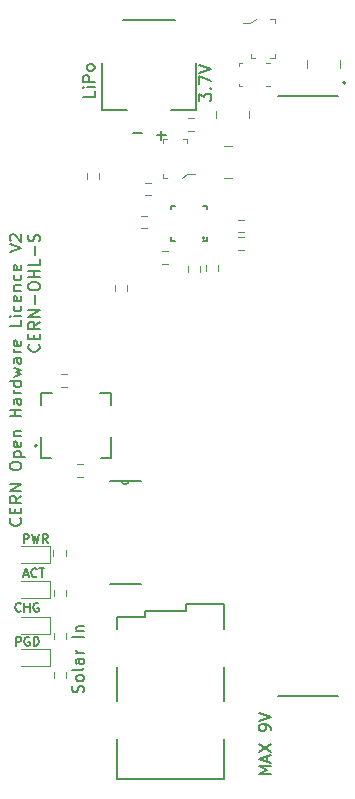
<source format=gbr>
%TF.GenerationSoftware,KiCad,Pcbnew,7.0.9*%
%TF.CreationDate,2023-12-06T19:43:01+08:00*%
%TF.ProjectId,RPI_Pico_header_attiny84_with_solar_Test_Pads_r5,5250495f-5069-4636-9f5f-686561646572,rev?*%
%TF.SameCoordinates,Original*%
%TF.FileFunction,Legend,Top*%
%TF.FilePolarity,Positive*%
%FSLAX46Y46*%
G04 Gerber Fmt 4.6, Leading zero omitted, Abs format (unit mm)*
G04 Created by KiCad (PCBNEW 7.0.9) date 2023-12-06 19:43:01*
%MOMM*%
%LPD*%
G01*
G04 APERTURE LIST*
%ADD10C,0.187500*%
%ADD11C,0.200000*%
%ADD12C,0.120000*%
%ADD13C,0.152400*%
%ADD14C,0.100000*%
%ADD15C,0.127000*%
G04 APERTURE END LIST*
D10*
X157096212Y-121944178D02*
X157453355Y-121944178D01*
X157024783Y-122158464D02*
X157274783Y-121408464D01*
X157274783Y-121408464D02*
X157524783Y-122158464D01*
X158203354Y-122087035D02*
X158167640Y-122122750D01*
X158167640Y-122122750D02*
X158060497Y-122158464D01*
X158060497Y-122158464D02*
X157989069Y-122158464D01*
X157989069Y-122158464D02*
X157881926Y-122122750D01*
X157881926Y-122122750D02*
X157810497Y-122051321D01*
X157810497Y-122051321D02*
X157774783Y-121979892D01*
X157774783Y-121979892D02*
X157739069Y-121837035D01*
X157739069Y-121837035D02*
X157739069Y-121729892D01*
X157739069Y-121729892D02*
X157774783Y-121587035D01*
X157774783Y-121587035D02*
X157810497Y-121515607D01*
X157810497Y-121515607D02*
X157881926Y-121444178D01*
X157881926Y-121444178D02*
X157989069Y-121408464D01*
X157989069Y-121408464D02*
X158060497Y-121408464D01*
X158060497Y-121408464D02*
X158167640Y-121444178D01*
X158167640Y-121444178D02*
X158203354Y-121479892D01*
X158417640Y-121408464D02*
X158846212Y-121408464D01*
X158631926Y-122158464D02*
X158631926Y-121408464D01*
X156830497Y-125007035D02*
X156794783Y-125042750D01*
X156794783Y-125042750D02*
X156687640Y-125078464D01*
X156687640Y-125078464D02*
X156616212Y-125078464D01*
X156616212Y-125078464D02*
X156509069Y-125042750D01*
X156509069Y-125042750D02*
X156437640Y-124971321D01*
X156437640Y-124971321D02*
X156401926Y-124899892D01*
X156401926Y-124899892D02*
X156366212Y-124757035D01*
X156366212Y-124757035D02*
X156366212Y-124649892D01*
X156366212Y-124649892D02*
X156401926Y-124507035D01*
X156401926Y-124507035D02*
X156437640Y-124435607D01*
X156437640Y-124435607D02*
X156509069Y-124364178D01*
X156509069Y-124364178D02*
X156616212Y-124328464D01*
X156616212Y-124328464D02*
X156687640Y-124328464D01*
X156687640Y-124328464D02*
X156794783Y-124364178D01*
X156794783Y-124364178D02*
X156830497Y-124399892D01*
X157151926Y-125078464D02*
X157151926Y-124328464D01*
X157151926Y-124685607D02*
X157580497Y-124685607D01*
X157580497Y-125078464D02*
X157580497Y-124328464D01*
X158330497Y-124364178D02*
X158259069Y-124328464D01*
X158259069Y-124328464D02*
X158151926Y-124328464D01*
X158151926Y-124328464D02*
X158044783Y-124364178D01*
X158044783Y-124364178D02*
X157973354Y-124435607D01*
X157973354Y-124435607D02*
X157937640Y-124507035D01*
X157937640Y-124507035D02*
X157901926Y-124649892D01*
X157901926Y-124649892D02*
X157901926Y-124757035D01*
X157901926Y-124757035D02*
X157937640Y-124899892D01*
X157937640Y-124899892D02*
X157973354Y-124971321D01*
X157973354Y-124971321D02*
X158044783Y-125042750D01*
X158044783Y-125042750D02*
X158151926Y-125078464D01*
X158151926Y-125078464D02*
X158223354Y-125078464D01*
X158223354Y-125078464D02*
X158330497Y-125042750D01*
X158330497Y-125042750D02*
X158366211Y-125007035D01*
X158366211Y-125007035D02*
X158366211Y-124757035D01*
X158366211Y-124757035D02*
X158223354Y-124757035D01*
D11*
X162129600Y-131927945D02*
X162177219Y-131785088D01*
X162177219Y-131785088D02*
X162177219Y-131546993D01*
X162177219Y-131546993D02*
X162129600Y-131451755D01*
X162129600Y-131451755D02*
X162081980Y-131404136D01*
X162081980Y-131404136D02*
X161986742Y-131356517D01*
X161986742Y-131356517D02*
X161891504Y-131356517D01*
X161891504Y-131356517D02*
X161796266Y-131404136D01*
X161796266Y-131404136D02*
X161748647Y-131451755D01*
X161748647Y-131451755D02*
X161701028Y-131546993D01*
X161701028Y-131546993D02*
X161653409Y-131737469D01*
X161653409Y-131737469D02*
X161605790Y-131832707D01*
X161605790Y-131832707D02*
X161558171Y-131880326D01*
X161558171Y-131880326D02*
X161462933Y-131927945D01*
X161462933Y-131927945D02*
X161367695Y-131927945D01*
X161367695Y-131927945D02*
X161272457Y-131880326D01*
X161272457Y-131880326D02*
X161224838Y-131832707D01*
X161224838Y-131832707D02*
X161177219Y-131737469D01*
X161177219Y-131737469D02*
X161177219Y-131499374D01*
X161177219Y-131499374D02*
X161224838Y-131356517D01*
X162177219Y-130785088D02*
X162129600Y-130880326D01*
X162129600Y-130880326D02*
X162081980Y-130927945D01*
X162081980Y-130927945D02*
X161986742Y-130975564D01*
X161986742Y-130975564D02*
X161701028Y-130975564D01*
X161701028Y-130975564D02*
X161605790Y-130927945D01*
X161605790Y-130927945D02*
X161558171Y-130880326D01*
X161558171Y-130880326D02*
X161510552Y-130785088D01*
X161510552Y-130785088D02*
X161510552Y-130642231D01*
X161510552Y-130642231D02*
X161558171Y-130546993D01*
X161558171Y-130546993D02*
X161605790Y-130499374D01*
X161605790Y-130499374D02*
X161701028Y-130451755D01*
X161701028Y-130451755D02*
X161986742Y-130451755D01*
X161986742Y-130451755D02*
X162081980Y-130499374D01*
X162081980Y-130499374D02*
X162129600Y-130546993D01*
X162129600Y-130546993D02*
X162177219Y-130642231D01*
X162177219Y-130642231D02*
X162177219Y-130785088D01*
X162177219Y-129880326D02*
X162129600Y-129975564D01*
X162129600Y-129975564D02*
X162034361Y-130023183D01*
X162034361Y-130023183D02*
X161177219Y-130023183D01*
X162177219Y-129070802D02*
X161653409Y-129070802D01*
X161653409Y-129070802D02*
X161558171Y-129118421D01*
X161558171Y-129118421D02*
X161510552Y-129213659D01*
X161510552Y-129213659D02*
X161510552Y-129404135D01*
X161510552Y-129404135D02*
X161558171Y-129499373D01*
X162129600Y-129070802D02*
X162177219Y-129166040D01*
X162177219Y-129166040D02*
X162177219Y-129404135D01*
X162177219Y-129404135D02*
X162129600Y-129499373D01*
X162129600Y-129499373D02*
X162034361Y-129546992D01*
X162034361Y-129546992D02*
X161939123Y-129546992D01*
X161939123Y-129546992D02*
X161843885Y-129499373D01*
X161843885Y-129499373D02*
X161796266Y-129404135D01*
X161796266Y-129404135D02*
X161796266Y-129166040D01*
X161796266Y-129166040D02*
X161748647Y-129070802D01*
X162177219Y-128594611D02*
X161510552Y-128594611D01*
X161701028Y-128594611D02*
X161605790Y-128546992D01*
X161605790Y-128546992D02*
X161558171Y-128499373D01*
X161558171Y-128499373D02*
X161510552Y-128404135D01*
X161510552Y-128404135D02*
X161510552Y-128308897D01*
X162177219Y-127213658D02*
X161177219Y-127213658D01*
X161510552Y-126737468D02*
X162177219Y-126737468D01*
X161605790Y-126737468D02*
X161558171Y-126689849D01*
X161558171Y-126689849D02*
X161510552Y-126594611D01*
X161510552Y-126594611D02*
X161510552Y-126451754D01*
X161510552Y-126451754D02*
X161558171Y-126356516D01*
X161558171Y-126356516D02*
X161653409Y-126308897D01*
X161653409Y-126308897D02*
X162177219Y-126308897D01*
X171967219Y-81835564D02*
X171967219Y-81216517D01*
X171967219Y-81216517D02*
X172348171Y-81549850D01*
X172348171Y-81549850D02*
X172348171Y-81406993D01*
X172348171Y-81406993D02*
X172395790Y-81311755D01*
X172395790Y-81311755D02*
X172443409Y-81264136D01*
X172443409Y-81264136D02*
X172538647Y-81216517D01*
X172538647Y-81216517D02*
X172776742Y-81216517D01*
X172776742Y-81216517D02*
X172871980Y-81264136D01*
X172871980Y-81264136D02*
X172919600Y-81311755D01*
X172919600Y-81311755D02*
X172967219Y-81406993D01*
X172967219Y-81406993D02*
X172967219Y-81692707D01*
X172967219Y-81692707D02*
X172919600Y-81787945D01*
X172919600Y-81787945D02*
X172871980Y-81835564D01*
X172871980Y-80787945D02*
X172919600Y-80740326D01*
X172919600Y-80740326D02*
X172967219Y-80787945D01*
X172967219Y-80787945D02*
X172919600Y-80835564D01*
X172919600Y-80835564D02*
X172871980Y-80787945D01*
X172871980Y-80787945D02*
X172967219Y-80787945D01*
X171967219Y-80406993D02*
X171967219Y-79740327D01*
X171967219Y-79740327D02*
X172967219Y-80168898D01*
X171967219Y-79502231D02*
X172967219Y-79168898D01*
X172967219Y-79168898D02*
X171967219Y-78835565D01*
X177987219Y-138860326D02*
X176987219Y-138860326D01*
X176987219Y-138860326D02*
X177701504Y-138526993D01*
X177701504Y-138526993D02*
X176987219Y-138193660D01*
X176987219Y-138193660D02*
X177987219Y-138193660D01*
X177701504Y-137765088D02*
X177701504Y-137288898D01*
X177987219Y-137860326D02*
X176987219Y-137526993D01*
X176987219Y-137526993D02*
X177987219Y-137193660D01*
X176987219Y-136955564D02*
X177987219Y-136288898D01*
X176987219Y-136288898D02*
X177987219Y-136955564D01*
X177987219Y-135098421D02*
X177987219Y-134907945D01*
X177987219Y-134907945D02*
X177939600Y-134812707D01*
X177939600Y-134812707D02*
X177891980Y-134765088D01*
X177891980Y-134765088D02*
X177749123Y-134669850D01*
X177749123Y-134669850D02*
X177558647Y-134622231D01*
X177558647Y-134622231D02*
X177177695Y-134622231D01*
X177177695Y-134622231D02*
X177082457Y-134669850D01*
X177082457Y-134669850D02*
X177034838Y-134717469D01*
X177034838Y-134717469D02*
X176987219Y-134812707D01*
X176987219Y-134812707D02*
X176987219Y-135003183D01*
X176987219Y-135003183D02*
X177034838Y-135098421D01*
X177034838Y-135098421D02*
X177082457Y-135146040D01*
X177082457Y-135146040D02*
X177177695Y-135193659D01*
X177177695Y-135193659D02*
X177415790Y-135193659D01*
X177415790Y-135193659D02*
X177511028Y-135146040D01*
X177511028Y-135146040D02*
X177558647Y-135098421D01*
X177558647Y-135098421D02*
X177606266Y-135003183D01*
X177606266Y-135003183D02*
X177606266Y-134812707D01*
X177606266Y-134812707D02*
X177558647Y-134717469D01*
X177558647Y-134717469D02*
X177511028Y-134669850D01*
X177511028Y-134669850D02*
X177415790Y-134622231D01*
X176987219Y-134336516D02*
X177987219Y-134003183D01*
X177987219Y-134003183D02*
X176987219Y-133669850D01*
D10*
X156431926Y-127968464D02*
X156431926Y-127218464D01*
X156431926Y-127218464D02*
X156717640Y-127218464D01*
X156717640Y-127218464D02*
X156789069Y-127254178D01*
X156789069Y-127254178D02*
X156824783Y-127289892D01*
X156824783Y-127289892D02*
X156860497Y-127361321D01*
X156860497Y-127361321D02*
X156860497Y-127468464D01*
X156860497Y-127468464D02*
X156824783Y-127539892D01*
X156824783Y-127539892D02*
X156789069Y-127575607D01*
X156789069Y-127575607D02*
X156717640Y-127611321D01*
X156717640Y-127611321D02*
X156431926Y-127611321D01*
X157574783Y-127254178D02*
X157503355Y-127218464D01*
X157503355Y-127218464D02*
X157396212Y-127218464D01*
X157396212Y-127218464D02*
X157289069Y-127254178D01*
X157289069Y-127254178D02*
X157217640Y-127325607D01*
X157217640Y-127325607D02*
X157181926Y-127397035D01*
X157181926Y-127397035D02*
X157146212Y-127539892D01*
X157146212Y-127539892D02*
X157146212Y-127647035D01*
X157146212Y-127647035D02*
X157181926Y-127789892D01*
X157181926Y-127789892D02*
X157217640Y-127861321D01*
X157217640Y-127861321D02*
X157289069Y-127932750D01*
X157289069Y-127932750D02*
X157396212Y-127968464D01*
X157396212Y-127968464D02*
X157467640Y-127968464D01*
X157467640Y-127968464D02*
X157574783Y-127932750D01*
X157574783Y-127932750D02*
X157610497Y-127897035D01*
X157610497Y-127897035D02*
X157610497Y-127647035D01*
X157610497Y-127647035D02*
X157467640Y-127647035D01*
X157931926Y-127968464D02*
X157931926Y-127218464D01*
X157931926Y-127218464D02*
X158110497Y-127218464D01*
X158110497Y-127218464D02*
X158217640Y-127254178D01*
X158217640Y-127254178D02*
X158289069Y-127325607D01*
X158289069Y-127325607D02*
X158324783Y-127397035D01*
X158324783Y-127397035D02*
X158360497Y-127539892D01*
X158360497Y-127539892D02*
X158360497Y-127647035D01*
X158360497Y-127647035D02*
X158324783Y-127789892D01*
X158324783Y-127789892D02*
X158289069Y-127861321D01*
X158289069Y-127861321D02*
X158217640Y-127932750D01*
X158217640Y-127932750D02*
X158110497Y-127968464D01*
X158110497Y-127968464D02*
X157931926Y-127968464D01*
D11*
X156801980Y-117178898D02*
X156849600Y-117226517D01*
X156849600Y-117226517D02*
X156897219Y-117369374D01*
X156897219Y-117369374D02*
X156897219Y-117464612D01*
X156897219Y-117464612D02*
X156849600Y-117607469D01*
X156849600Y-117607469D02*
X156754361Y-117702707D01*
X156754361Y-117702707D02*
X156659123Y-117750326D01*
X156659123Y-117750326D02*
X156468647Y-117797945D01*
X156468647Y-117797945D02*
X156325790Y-117797945D01*
X156325790Y-117797945D02*
X156135314Y-117750326D01*
X156135314Y-117750326D02*
X156040076Y-117702707D01*
X156040076Y-117702707D02*
X155944838Y-117607469D01*
X155944838Y-117607469D02*
X155897219Y-117464612D01*
X155897219Y-117464612D02*
X155897219Y-117369374D01*
X155897219Y-117369374D02*
X155944838Y-117226517D01*
X155944838Y-117226517D02*
X155992457Y-117178898D01*
X156373409Y-116750326D02*
X156373409Y-116416993D01*
X156897219Y-116274136D02*
X156897219Y-116750326D01*
X156897219Y-116750326D02*
X155897219Y-116750326D01*
X155897219Y-116750326D02*
X155897219Y-116274136D01*
X156897219Y-115274136D02*
X156421028Y-115607469D01*
X156897219Y-115845564D02*
X155897219Y-115845564D01*
X155897219Y-115845564D02*
X155897219Y-115464612D01*
X155897219Y-115464612D02*
X155944838Y-115369374D01*
X155944838Y-115369374D02*
X155992457Y-115321755D01*
X155992457Y-115321755D02*
X156087695Y-115274136D01*
X156087695Y-115274136D02*
X156230552Y-115274136D01*
X156230552Y-115274136D02*
X156325790Y-115321755D01*
X156325790Y-115321755D02*
X156373409Y-115369374D01*
X156373409Y-115369374D02*
X156421028Y-115464612D01*
X156421028Y-115464612D02*
X156421028Y-115845564D01*
X156897219Y-114845564D02*
X155897219Y-114845564D01*
X155897219Y-114845564D02*
X156897219Y-114274136D01*
X156897219Y-114274136D02*
X155897219Y-114274136D01*
X155897219Y-112845564D02*
X155897219Y-112655088D01*
X155897219Y-112655088D02*
X155944838Y-112559850D01*
X155944838Y-112559850D02*
X156040076Y-112464612D01*
X156040076Y-112464612D02*
X156230552Y-112416993D01*
X156230552Y-112416993D02*
X156563885Y-112416993D01*
X156563885Y-112416993D02*
X156754361Y-112464612D01*
X156754361Y-112464612D02*
X156849600Y-112559850D01*
X156849600Y-112559850D02*
X156897219Y-112655088D01*
X156897219Y-112655088D02*
X156897219Y-112845564D01*
X156897219Y-112845564D02*
X156849600Y-112940802D01*
X156849600Y-112940802D02*
X156754361Y-113036040D01*
X156754361Y-113036040D02*
X156563885Y-113083659D01*
X156563885Y-113083659D02*
X156230552Y-113083659D01*
X156230552Y-113083659D02*
X156040076Y-113036040D01*
X156040076Y-113036040D02*
X155944838Y-112940802D01*
X155944838Y-112940802D02*
X155897219Y-112845564D01*
X156230552Y-111988421D02*
X157230552Y-111988421D01*
X156278171Y-111988421D02*
X156230552Y-111893183D01*
X156230552Y-111893183D02*
X156230552Y-111702707D01*
X156230552Y-111702707D02*
X156278171Y-111607469D01*
X156278171Y-111607469D02*
X156325790Y-111559850D01*
X156325790Y-111559850D02*
X156421028Y-111512231D01*
X156421028Y-111512231D02*
X156706742Y-111512231D01*
X156706742Y-111512231D02*
X156801980Y-111559850D01*
X156801980Y-111559850D02*
X156849600Y-111607469D01*
X156849600Y-111607469D02*
X156897219Y-111702707D01*
X156897219Y-111702707D02*
X156897219Y-111893183D01*
X156897219Y-111893183D02*
X156849600Y-111988421D01*
X156849600Y-110702707D02*
X156897219Y-110797945D01*
X156897219Y-110797945D02*
X156897219Y-110988421D01*
X156897219Y-110988421D02*
X156849600Y-111083659D01*
X156849600Y-111083659D02*
X156754361Y-111131278D01*
X156754361Y-111131278D02*
X156373409Y-111131278D01*
X156373409Y-111131278D02*
X156278171Y-111083659D01*
X156278171Y-111083659D02*
X156230552Y-110988421D01*
X156230552Y-110988421D02*
X156230552Y-110797945D01*
X156230552Y-110797945D02*
X156278171Y-110702707D01*
X156278171Y-110702707D02*
X156373409Y-110655088D01*
X156373409Y-110655088D02*
X156468647Y-110655088D01*
X156468647Y-110655088D02*
X156563885Y-111131278D01*
X156230552Y-110226516D02*
X156897219Y-110226516D01*
X156325790Y-110226516D02*
X156278171Y-110178897D01*
X156278171Y-110178897D02*
X156230552Y-110083659D01*
X156230552Y-110083659D02*
X156230552Y-109940802D01*
X156230552Y-109940802D02*
X156278171Y-109845564D01*
X156278171Y-109845564D02*
X156373409Y-109797945D01*
X156373409Y-109797945D02*
X156897219Y-109797945D01*
X156897219Y-108559849D02*
X155897219Y-108559849D01*
X156373409Y-108559849D02*
X156373409Y-107988421D01*
X156897219Y-107988421D02*
X155897219Y-107988421D01*
X156897219Y-107083659D02*
X156373409Y-107083659D01*
X156373409Y-107083659D02*
X156278171Y-107131278D01*
X156278171Y-107131278D02*
X156230552Y-107226516D01*
X156230552Y-107226516D02*
X156230552Y-107416992D01*
X156230552Y-107416992D02*
X156278171Y-107512230D01*
X156849600Y-107083659D02*
X156897219Y-107178897D01*
X156897219Y-107178897D02*
X156897219Y-107416992D01*
X156897219Y-107416992D02*
X156849600Y-107512230D01*
X156849600Y-107512230D02*
X156754361Y-107559849D01*
X156754361Y-107559849D02*
X156659123Y-107559849D01*
X156659123Y-107559849D02*
X156563885Y-107512230D01*
X156563885Y-107512230D02*
X156516266Y-107416992D01*
X156516266Y-107416992D02*
X156516266Y-107178897D01*
X156516266Y-107178897D02*
X156468647Y-107083659D01*
X156897219Y-106607468D02*
X156230552Y-106607468D01*
X156421028Y-106607468D02*
X156325790Y-106559849D01*
X156325790Y-106559849D02*
X156278171Y-106512230D01*
X156278171Y-106512230D02*
X156230552Y-106416992D01*
X156230552Y-106416992D02*
X156230552Y-106321754D01*
X156897219Y-105559849D02*
X155897219Y-105559849D01*
X156849600Y-105559849D02*
X156897219Y-105655087D01*
X156897219Y-105655087D02*
X156897219Y-105845563D01*
X156897219Y-105845563D02*
X156849600Y-105940801D01*
X156849600Y-105940801D02*
X156801980Y-105988420D01*
X156801980Y-105988420D02*
X156706742Y-106036039D01*
X156706742Y-106036039D02*
X156421028Y-106036039D01*
X156421028Y-106036039D02*
X156325790Y-105988420D01*
X156325790Y-105988420D02*
X156278171Y-105940801D01*
X156278171Y-105940801D02*
X156230552Y-105845563D01*
X156230552Y-105845563D02*
X156230552Y-105655087D01*
X156230552Y-105655087D02*
X156278171Y-105559849D01*
X156230552Y-105178896D02*
X156897219Y-104988420D01*
X156897219Y-104988420D02*
X156421028Y-104797944D01*
X156421028Y-104797944D02*
X156897219Y-104607468D01*
X156897219Y-104607468D02*
X156230552Y-104416992D01*
X156897219Y-103607468D02*
X156373409Y-103607468D01*
X156373409Y-103607468D02*
X156278171Y-103655087D01*
X156278171Y-103655087D02*
X156230552Y-103750325D01*
X156230552Y-103750325D02*
X156230552Y-103940801D01*
X156230552Y-103940801D02*
X156278171Y-104036039D01*
X156849600Y-103607468D02*
X156897219Y-103702706D01*
X156897219Y-103702706D02*
X156897219Y-103940801D01*
X156897219Y-103940801D02*
X156849600Y-104036039D01*
X156849600Y-104036039D02*
X156754361Y-104083658D01*
X156754361Y-104083658D02*
X156659123Y-104083658D01*
X156659123Y-104083658D02*
X156563885Y-104036039D01*
X156563885Y-104036039D02*
X156516266Y-103940801D01*
X156516266Y-103940801D02*
X156516266Y-103702706D01*
X156516266Y-103702706D02*
X156468647Y-103607468D01*
X156897219Y-103131277D02*
X156230552Y-103131277D01*
X156421028Y-103131277D02*
X156325790Y-103083658D01*
X156325790Y-103083658D02*
X156278171Y-103036039D01*
X156278171Y-103036039D02*
X156230552Y-102940801D01*
X156230552Y-102940801D02*
X156230552Y-102845563D01*
X156849600Y-102131277D02*
X156897219Y-102226515D01*
X156897219Y-102226515D02*
X156897219Y-102416991D01*
X156897219Y-102416991D02*
X156849600Y-102512229D01*
X156849600Y-102512229D02*
X156754361Y-102559848D01*
X156754361Y-102559848D02*
X156373409Y-102559848D01*
X156373409Y-102559848D02*
X156278171Y-102512229D01*
X156278171Y-102512229D02*
X156230552Y-102416991D01*
X156230552Y-102416991D02*
X156230552Y-102226515D01*
X156230552Y-102226515D02*
X156278171Y-102131277D01*
X156278171Y-102131277D02*
X156373409Y-102083658D01*
X156373409Y-102083658D02*
X156468647Y-102083658D01*
X156468647Y-102083658D02*
X156563885Y-102559848D01*
X156897219Y-100416991D02*
X156897219Y-100893181D01*
X156897219Y-100893181D02*
X155897219Y-100893181D01*
X156897219Y-100083657D02*
X156230552Y-100083657D01*
X155897219Y-100083657D02*
X155944838Y-100131276D01*
X155944838Y-100131276D02*
X155992457Y-100083657D01*
X155992457Y-100083657D02*
X155944838Y-100036038D01*
X155944838Y-100036038D02*
X155897219Y-100083657D01*
X155897219Y-100083657D02*
X155992457Y-100083657D01*
X156849600Y-99178896D02*
X156897219Y-99274134D01*
X156897219Y-99274134D02*
X156897219Y-99464610D01*
X156897219Y-99464610D02*
X156849600Y-99559848D01*
X156849600Y-99559848D02*
X156801980Y-99607467D01*
X156801980Y-99607467D02*
X156706742Y-99655086D01*
X156706742Y-99655086D02*
X156421028Y-99655086D01*
X156421028Y-99655086D02*
X156325790Y-99607467D01*
X156325790Y-99607467D02*
X156278171Y-99559848D01*
X156278171Y-99559848D02*
X156230552Y-99464610D01*
X156230552Y-99464610D02*
X156230552Y-99274134D01*
X156230552Y-99274134D02*
X156278171Y-99178896D01*
X156849600Y-98369372D02*
X156897219Y-98464610D01*
X156897219Y-98464610D02*
X156897219Y-98655086D01*
X156897219Y-98655086D02*
X156849600Y-98750324D01*
X156849600Y-98750324D02*
X156754361Y-98797943D01*
X156754361Y-98797943D02*
X156373409Y-98797943D01*
X156373409Y-98797943D02*
X156278171Y-98750324D01*
X156278171Y-98750324D02*
X156230552Y-98655086D01*
X156230552Y-98655086D02*
X156230552Y-98464610D01*
X156230552Y-98464610D02*
X156278171Y-98369372D01*
X156278171Y-98369372D02*
X156373409Y-98321753D01*
X156373409Y-98321753D02*
X156468647Y-98321753D01*
X156468647Y-98321753D02*
X156563885Y-98797943D01*
X156230552Y-97893181D02*
X156897219Y-97893181D01*
X156325790Y-97893181D02*
X156278171Y-97845562D01*
X156278171Y-97845562D02*
X156230552Y-97750324D01*
X156230552Y-97750324D02*
X156230552Y-97607467D01*
X156230552Y-97607467D02*
X156278171Y-97512229D01*
X156278171Y-97512229D02*
X156373409Y-97464610D01*
X156373409Y-97464610D02*
X156897219Y-97464610D01*
X156849600Y-96559848D02*
X156897219Y-96655086D01*
X156897219Y-96655086D02*
X156897219Y-96845562D01*
X156897219Y-96845562D02*
X156849600Y-96940800D01*
X156849600Y-96940800D02*
X156801980Y-96988419D01*
X156801980Y-96988419D02*
X156706742Y-97036038D01*
X156706742Y-97036038D02*
X156421028Y-97036038D01*
X156421028Y-97036038D02*
X156325790Y-96988419D01*
X156325790Y-96988419D02*
X156278171Y-96940800D01*
X156278171Y-96940800D02*
X156230552Y-96845562D01*
X156230552Y-96845562D02*
X156230552Y-96655086D01*
X156230552Y-96655086D02*
X156278171Y-96559848D01*
X156849600Y-95750324D02*
X156897219Y-95845562D01*
X156897219Y-95845562D02*
X156897219Y-96036038D01*
X156897219Y-96036038D02*
X156849600Y-96131276D01*
X156849600Y-96131276D02*
X156754361Y-96178895D01*
X156754361Y-96178895D02*
X156373409Y-96178895D01*
X156373409Y-96178895D02*
X156278171Y-96131276D01*
X156278171Y-96131276D02*
X156230552Y-96036038D01*
X156230552Y-96036038D02*
X156230552Y-95845562D01*
X156230552Y-95845562D02*
X156278171Y-95750324D01*
X156278171Y-95750324D02*
X156373409Y-95702705D01*
X156373409Y-95702705D02*
X156468647Y-95702705D01*
X156468647Y-95702705D02*
X156563885Y-96178895D01*
X155897219Y-94655085D02*
X156897219Y-94321752D01*
X156897219Y-94321752D02*
X155897219Y-93988419D01*
X155992457Y-93702704D02*
X155944838Y-93655085D01*
X155944838Y-93655085D02*
X155897219Y-93559847D01*
X155897219Y-93559847D02*
X155897219Y-93321752D01*
X155897219Y-93321752D02*
X155944838Y-93226514D01*
X155944838Y-93226514D02*
X155992457Y-93178895D01*
X155992457Y-93178895D02*
X156087695Y-93131276D01*
X156087695Y-93131276D02*
X156182933Y-93131276D01*
X156182933Y-93131276D02*
X156325790Y-93178895D01*
X156325790Y-93178895D02*
X156897219Y-93750323D01*
X156897219Y-93750323D02*
X156897219Y-93131276D01*
X166359673Y-84596266D02*
X167121578Y-84596266D01*
X163087219Y-81034136D02*
X163087219Y-81510326D01*
X163087219Y-81510326D02*
X162087219Y-81510326D01*
X163087219Y-80700802D02*
X162420552Y-80700802D01*
X162087219Y-80700802D02*
X162134838Y-80748421D01*
X162134838Y-80748421D02*
X162182457Y-80700802D01*
X162182457Y-80700802D02*
X162134838Y-80653183D01*
X162134838Y-80653183D02*
X162087219Y-80700802D01*
X162087219Y-80700802D02*
X162182457Y-80700802D01*
X163087219Y-80224612D02*
X162087219Y-80224612D01*
X162087219Y-80224612D02*
X162087219Y-79843660D01*
X162087219Y-79843660D02*
X162134838Y-79748422D01*
X162134838Y-79748422D02*
X162182457Y-79700803D01*
X162182457Y-79700803D02*
X162277695Y-79653184D01*
X162277695Y-79653184D02*
X162420552Y-79653184D01*
X162420552Y-79653184D02*
X162515790Y-79700803D01*
X162515790Y-79700803D02*
X162563409Y-79748422D01*
X162563409Y-79748422D02*
X162611028Y-79843660D01*
X162611028Y-79843660D02*
X162611028Y-80224612D01*
X163087219Y-79081755D02*
X163039600Y-79176993D01*
X163039600Y-79176993D02*
X162991980Y-79224612D01*
X162991980Y-79224612D02*
X162896742Y-79272231D01*
X162896742Y-79272231D02*
X162611028Y-79272231D01*
X162611028Y-79272231D02*
X162515790Y-79224612D01*
X162515790Y-79224612D02*
X162468171Y-79176993D01*
X162468171Y-79176993D02*
X162420552Y-79081755D01*
X162420552Y-79081755D02*
X162420552Y-78938898D01*
X162420552Y-78938898D02*
X162468171Y-78843660D01*
X162468171Y-78843660D02*
X162515790Y-78796041D01*
X162515790Y-78796041D02*
X162611028Y-78748422D01*
X162611028Y-78748422D02*
X162896742Y-78748422D01*
X162896742Y-78748422D02*
X162991980Y-78796041D01*
X162991980Y-78796041D02*
X163039600Y-78843660D01*
X163039600Y-78843660D02*
X163087219Y-78938898D01*
X163087219Y-78938898D02*
X163087219Y-79081755D01*
D10*
X157071926Y-119248464D02*
X157071926Y-118498464D01*
X157071926Y-118498464D02*
X157357640Y-118498464D01*
X157357640Y-118498464D02*
X157429069Y-118534178D01*
X157429069Y-118534178D02*
X157464783Y-118569892D01*
X157464783Y-118569892D02*
X157500497Y-118641321D01*
X157500497Y-118641321D02*
X157500497Y-118748464D01*
X157500497Y-118748464D02*
X157464783Y-118819892D01*
X157464783Y-118819892D02*
X157429069Y-118855607D01*
X157429069Y-118855607D02*
X157357640Y-118891321D01*
X157357640Y-118891321D02*
X157071926Y-118891321D01*
X157750497Y-118498464D02*
X157929069Y-119248464D01*
X157929069Y-119248464D02*
X158071926Y-118712750D01*
X158071926Y-118712750D02*
X158214783Y-119248464D01*
X158214783Y-119248464D02*
X158393355Y-118498464D01*
X159107640Y-119248464D02*
X158857640Y-118891321D01*
X158679069Y-119248464D02*
X158679069Y-118498464D01*
X158679069Y-118498464D02*
X158964783Y-118498464D01*
X158964783Y-118498464D02*
X159036212Y-118534178D01*
X159036212Y-118534178D02*
X159071926Y-118569892D01*
X159071926Y-118569892D02*
X159107640Y-118641321D01*
X159107640Y-118641321D02*
X159107640Y-118748464D01*
X159107640Y-118748464D02*
X159071926Y-118819892D01*
X159071926Y-118819892D02*
X159036212Y-118855607D01*
X159036212Y-118855607D02*
X158964783Y-118891321D01*
X158964783Y-118891321D02*
X158679069Y-118891321D01*
D11*
X158361980Y-102448898D02*
X158409600Y-102496517D01*
X158409600Y-102496517D02*
X158457219Y-102639374D01*
X158457219Y-102639374D02*
X158457219Y-102734612D01*
X158457219Y-102734612D02*
X158409600Y-102877469D01*
X158409600Y-102877469D02*
X158314361Y-102972707D01*
X158314361Y-102972707D02*
X158219123Y-103020326D01*
X158219123Y-103020326D02*
X158028647Y-103067945D01*
X158028647Y-103067945D02*
X157885790Y-103067945D01*
X157885790Y-103067945D02*
X157695314Y-103020326D01*
X157695314Y-103020326D02*
X157600076Y-102972707D01*
X157600076Y-102972707D02*
X157504838Y-102877469D01*
X157504838Y-102877469D02*
X157457219Y-102734612D01*
X157457219Y-102734612D02*
X157457219Y-102639374D01*
X157457219Y-102639374D02*
X157504838Y-102496517D01*
X157504838Y-102496517D02*
X157552457Y-102448898D01*
X157933409Y-102020326D02*
X157933409Y-101686993D01*
X158457219Y-101544136D02*
X158457219Y-102020326D01*
X158457219Y-102020326D02*
X157457219Y-102020326D01*
X157457219Y-102020326D02*
X157457219Y-101544136D01*
X158457219Y-100544136D02*
X157981028Y-100877469D01*
X158457219Y-101115564D02*
X157457219Y-101115564D01*
X157457219Y-101115564D02*
X157457219Y-100734612D01*
X157457219Y-100734612D02*
X157504838Y-100639374D01*
X157504838Y-100639374D02*
X157552457Y-100591755D01*
X157552457Y-100591755D02*
X157647695Y-100544136D01*
X157647695Y-100544136D02*
X157790552Y-100544136D01*
X157790552Y-100544136D02*
X157885790Y-100591755D01*
X157885790Y-100591755D02*
X157933409Y-100639374D01*
X157933409Y-100639374D02*
X157981028Y-100734612D01*
X157981028Y-100734612D02*
X157981028Y-101115564D01*
X158457219Y-100115564D02*
X157457219Y-100115564D01*
X157457219Y-100115564D02*
X158457219Y-99544136D01*
X158457219Y-99544136D02*
X157457219Y-99544136D01*
X158076266Y-99067945D02*
X158076266Y-98306041D01*
X157457219Y-97639374D02*
X157457219Y-97448898D01*
X157457219Y-97448898D02*
X157504838Y-97353660D01*
X157504838Y-97353660D02*
X157600076Y-97258422D01*
X157600076Y-97258422D02*
X157790552Y-97210803D01*
X157790552Y-97210803D02*
X158123885Y-97210803D01*
X158123885Y-97210803D02*
X158314361Y-97258422D01*
X158314361Y-97258422D02*
X158409600Y-97353660D01*
X158409600Y-97353660D02*
X158457219Y-97448898D01*
X158457219Y-97448898D02*
X158457219Y-97639374D01*
X158457219Y-97639374D02*
X158409600Y-97734612D01*
X158409600Y-97734612D02*
X158314361Y-97829850D01*
X158314361Y-97829850D02*
X158123885Y-97877469D01*
X158123885Y-97877469D02*
X157790552Y-97877469D01*
X157790552Y-97877469D02*
X157600076Y-97829850D01*
X157600076Y-97829850D02*
X157504838Y-97734612D01*
X157504838Y-97734612D02*
X157457219Y-97639374D01*
X158457219Y-96782231D02*
X157457219Y-96782231D01*
X157933409Y-96782231D02*
X157933409Y-96210803D01*
X158457219Y-96210803D02*
X157457219Y-96210803D01*
X158457219Y-95258422D02*
X158457219Y-95734612D01*
X158457219Y-95734612D02*
X157457219Y-95734612D01*
X158076266Y-94925088D02*
X158076266Y-94163184D01*
X158409600Y-93734612D02*
X158457219Y-93591755D01*
X158457219Y-93591755D02*
X158457219Y-93353660D01*
X158457219Y-93353660D02*
X158409600Y-93258422D01*
X158409600Y-93258422D02*
X158361980Y-93210803D01*
X158361980Y-93210803D02*
X158266742Y-93163184D01*
X158266742Y-93163184D02*
X158171504Y-93163184D01*
X158171504Y-93163184D02*
X158076266Y-93210803D01*
X158076266Y-93210803D02*
X158028647Y-93258422D01*
X158028647Y-93258422D02*
X157981028Y-93353660D01*
X157981028Y-93353660D02*
X157933409Y-93544136D01*
X157933409Y-93544136D02*
X157885790Y-93639374D01*
X157885790Y-93639374D02*
X157838171Y-93686993D01*
X157838171Y-93686993D02*
X157742933Y-93734612D01*
X157742933Y-93734612D02*
X157647695Y-93734612D01*
X157647695Y-93734612D02*
X157552457Y-93686993D01*
X157552457Y-93686993D02*
X157504838Y-93639374D01*
X157504838Y-93639374D02*
X157457219Y-93544136D01*
X157457219Y-93544136D02*
X157457219Y-93306041D01*
X157457219Y-93306041D02*
X157504838Y-93163184D01*
X168359673Y-84736266D02*
X169121578Y-84736266D01*
X168740625Y-85117219D02*
X168740625Y-84355314D01*
D12*
%TO.C,R1*%
X170995276Y-83317500D02*
X171504724Y-83317500D01*
X170995276Y-84362500D02*
X171504724Y-84362500D01*
D13*
%TO.C,U1*%
X164390800Y-122723800D02*
X166981600Y-122723800D01*
X165381400Y-113986200D02*
X164390800Y-113986200D01*
X165991000Y-113986200D02*
X165381400Y-113986200D01*
X166981600Y-113986200D02*
X165991000Y-113986200D01*
X165381400Y-113986200D02*
G75*
G03*
X165991000Y-113986200I304800J0D01*
G01*
D12*
%TO.C,D1*%
X159295000Y-129715000D02*
X159295000Y-128245000D01*
X159295000Y-128245000D02*
X156835000Y-128245000D01*
X156835000Y-129715000D02*
X159295000Y-129715000D01*
%TO.C,C1*%
X167015276Y-91587500D02*
X167524724Y-91587500D01*
X167015276Y-92632500D02*
X167524724Y-92632500D01*
%TO.C,R4*%
X173532500Y-95765276D02*
X173532500Y-96274724D01*
X172487500Y-95765276D02*
X172487500Y-96274724D01*
%TO.C,R1*%
X175195276Y-91887500D02*
X175704724Y-91887500D01*
X175195276Y-92932500D02*
X175704724Y-92932500D01*
D14*
%TO.C,U4*%
X168900000Y-88370000D02*
X169250000Y-88370000D01*
X168900000Y-88020000D02*
X168900000Y-88370000D01*
X170950000Y-88020000D02*
X170500000Y-88370000D01*
X171550000Y-88020000D02*
X170950000Y-88020000D01*
X168900000Y-85420000D02*
X168900000Y-85070000D01*
X168900000Y-85070000D02*
X169250000Y-85070000D01*
X170550000Y-85070000D02*
X170900000Y-85070000D01*
X170900000Y-85070000D02*
X170900000Y-85420000D01*
D15*
%TO.C,J3*%
X165020000Y-139270000D02*
X174020000Y-139270000D01*
X174020000Y-139270000D02*
X174020000Y-135870000D01*
X165020000Y-135870000D02*
X165020000Y-139270000D01*
X174020000Y-132670000D02*
X174020000Y-129770000D01*
X165020000Y-129770000D02*
X165020000Y-132670000D01*
X174020000Y-126570000D02*
X174020000Y-124470000D01*
X165020000Y-125520000D02*
X165020000Y-126570000D01*
X167370000Y-125520000D02*
X165020000Y-125520000D01*
X167370000Y-125020000D02*
X167370000Y-125520000D01*
X170820000Y-125020000D02*
X167370000Y-125020000D01*
X170820000Y-124470000D02*
X170820000Y-125020000D01*
X174020000Y-124470000D02*
X170820000Y-124470000D01*
D12*
%TO.C,R1*%
X175195276Y-93397500D02*
X175704724Y-93397500D01*
X175195276Y-94442500D02*
X175704724Y-94442500D01*
D11*
%TO.C,REF\u002A\u002A*%
X183710000Y-81410000D02*
X178630000Y-81410000D01*
X183710000Y-132210000D02*
X178630000Y-132210000D01*
X184335000Y-80300000D02*
G75*
G03*
X184335000Y-80300000I-100000J0D01*
G01*
D12*
%TO.C,C1*%
X167335276Y-88787500D02*
X167844724Y-88787500D01*
X167335276Y-89832500D02*
X167844724Y-89832500D01*
D14*
%TO.C,L1*%
X173390000Y-83320000D02*
X173390000Y-82670000D01*
X176130000Y-83315000D02*
X176130000Y-82675000D01*
D15*
%TO.C,J1*%
X171650000Y-82610000D02*
X171650000Y-78610000D01*
X169900000Y-75010000D02*
X165500000Y-75010000D01*
X169600000Y-82610000D02*
X171650000Y-82610000D01*
X163750000Y-82610000D02*
X165800000Y-82610000D01*
X163750000Y-78610000D02*
X163750000Y-82610000D01*
D12*
%TO.C,D1*%
X159312500Y-120995000D02*
X159312500Y-119525000D01*
X159312500Y-119525000D02*
X156852500Y-119525000D01*
X156852500Y-120995000D02*
X159312500Y-120995000D01*
D14*
%TO.C,C3*%
X174050000Y-85670000D02*
X174700000Y-85670000D01*
X174055000Y-88410000D02*
X174695000Y-88410000D01*
X181090000Y-79020000D02*
X181090000Y-78370000D01*
X183830000Y-79015000D02*
X183830000Y-78375000D01*
D12*
%TO.C,R4*%
X164787500Y-97937224D02*
X164787500Y-97427776D01*
X165832500Y-97937224D02*
X165832500Y-97427776D01*
%TO.C,D1*%
X159325000Y-126985000D02*
X159325000Y-125515000D01*
X159325000Y-125515000D02*
X156865000Y-125515000D01*
X156865000Y-126985000D02*
X159325000Y-126985000D01*
D14*
%TO.C,D2*%
X177580000Y-80595000D02*
X177930000Y-80595000D01*
X177580000Y-78645000D02*
X177930000Y-78645000D01*
X175580000Y-80595000D02*
X175280000Y-80595000D01*
X175280000Y-80595000D02*
X175280000Y-80370000D01*
X175280000Y-78895000D02*
X175280000Y-78645000D01*
X175280000Y-78645000D02*
X175530000Y-78645000D01*
D12*
%TO.C,C1*%
X161595276Y-112617500D02*
X162104724Y-112617500D01*
X161595276Y-113662500D02*
X162104724Y-113662500D01*
D15*
%TO.C,U2*%
X158520000Y-106557500D02*
X159520000Y-106557500D01*
X158520000Y-107557500D02*
X158520000Y-106557500D01*
X158520000Y-112057500D02*
X158520000Y-110257500D01*
X159420000Y-112057500D02*
X158520000Y-112057500D01*
X163620000Y-112057500D02*
X164520000Y-112057500D01*
X164520000Y-106557500D02*
X163520000Y-106557500D01*
X164520000Y-107557500D02*
X164520000Y-106557500D01*
X164520000Y-112057500D02*
X164520000Y-110257500D01*
D11*
X158215000Y-111029500D02*
G75*
G03*
X158215000Y-111029500I-100000J0D01*
G01*
D12*
%TO.C,C1*%
X160235276Y-104987500D02*
X160744724Y-104987500D01*
X160235276Y-106032500D02*
X160744724Y-106032500D01*
%TO.C,R2*%
X160642500Y-119902776D02*
X160642500Y-120412224D01*
X159597500Y-119902776D02*
X159597500Y-120412224D01*
X160672500Y-126897776D02*
X160672500Y-127407224D01*
X159627500Y-126897776D02*
X159627500Y-127407224D01*
X159627500Y-130737224D02*
X159627500Y-130227776D01*
X160672500Y-130737224D02*
X160672500Y-130227776D01*
%TO.C,C1*%
X168815276Y-94567500D02*
X169324724Y-94567500D01*
X168815276Y-95612500D02*
X169324724Y-95612500D01*
D15*
%TO.C,U3*%
X169580000Y-93705000D02*
X169880000Y-93705000D01*
X169580000Y-93705000D02*
X169580000Y-93405000D01*
X172580000Y-93705000D02*
X172280000Y-93705000D01*
X172580000Y-93705000D02*
X172580000Y-93405000D01*
X169580000Y-90705000D02*
X169580000Y-91005000D01*
X169580000Y-90705000D02*
X169880000Y-90705000D01*
X172580000Y-90705000D02*
X172580000Y-91005000D01*
X172580000Y-90705000D02*
X172280000Y-90705000D01*
D11*
X172430000Y-93455000D02*
G75*
G03*
X172430000Y-93455000I-100000J0D01*
G01*
D12*
%TO.C,R1*%
X172022500Y-95777776D02*
X172022500Y-96287224D01*
X170977500Y-95777776D02*
X170977500Y-96287224D01*
%TO.C,D1*%
X159347500Y-123945000D02*
X159347500Y-122475000D01*
X159347500Y-122475000D02*
X156887500Y-122475000D01*
X156887500Y-123945000D02*
X159347500Y-123945000D01*
D14*
%TO.C,U5*%
X178330000Y-74910000D02*
X177980000Y-74910000D01*
X178330000Y-75260000D02*
X178330000Y-74910000D01*
X176280000Y-75260000D02*
X176730000Y-74910000D01*
X175680000Y-75260000D02*
X176280000Y-75260000D01*
X178330000Y-77860000D02*
X178330000Y-78210000D01*
X178330000Y-78210000D02*
X177980000Y-78210000D01*
X176680000Y-78210000D02*
X176330000Y-78210000D01*
X176330000Y-78210000D02*
X176330000Y-77860000D01*
D12*
%TO.C,R1*%
X162407500Y-88454724D02*
X162407500Y-87945276D01*
X163452500Y-88454724D02*
X163452500Y-87945276D01*
%TO.C,R2*%
X160662500Y-123252776D02*
X160662500Y-123762224D01*
X159617500Y-123252776D02*
X159617500Y-123762224D01*
%TD*%
M02*

</source>
